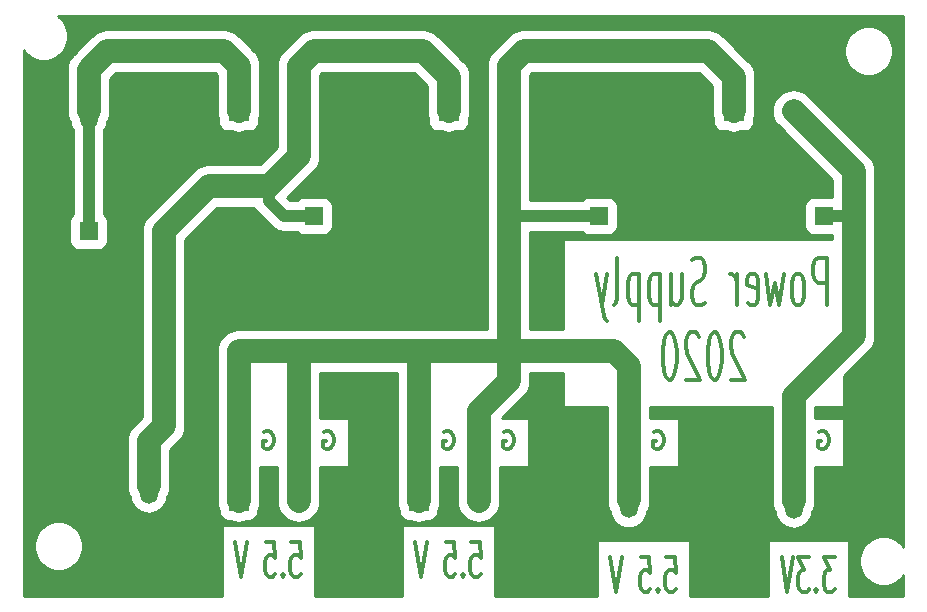
<source format=gbr>
G04 #@! TF.GenerationSoftware,KiCad,Pcbnew,5.1.5-52549c5~84~ubuntu18.04.1*
G04 #@! TF.CreationDate,2020-03-13T18:27:29-06:00*
G04 #@! TF.ProjectId,PowerSupply,506f7765-7253-4757-9070-6c792e6b6963,rev?*
G04 #@! TF.SameCoordinates,PX6bcb370PY77e7cd0*
G04 #@! TF.FileFunction,Copper,L2,Bot*
G04 #@! TF.FilePolarity,Positive*
%FSLAX46Y46*%
G04 Gerber Fmt 4.6, Leading zero omitted, Abs format (unit mm)*
G04 Created by KiCad (PCBNEW 5.1.5-52549c5~84~ubuntu18.04.1) date 2020-03-13 18:27:29*
%MOMM*%
%LPD*%
G04 APERTURE LIST*
%ADD10C,0.300000*%
%ADD11R,1.600000X1.600000*%
%ADD12C,1.600000*%
%ADD13O,1.510000X3.010000*%
%ADD14O,1.700000X1.700000*%
%ADD15R,1.700000X1.700000*%
%ADD16O,1.800000X1.800000*%
%ADD17R,1.800000X1.800000*%
%ADD18C,2.000000*%
%ADD19C,1.000000*%
%ADD20C,0.254000*%
G04 APERTURE END LIST*
D10*
X68848571Y25470477D02*
X68848571Y29470477D01*
X68086666Y29470477D01*
X67896190Y29280000D01*
X67800952Y29089524D01*
X67705714Y28708572D01*
X67705714Y28137143D01*
X67800952Y27756191D01*
X67896190Y27565715D01*
X68086666Y27375239D01*
X68848571Y27375239D01*
X66562857Y25470477D02*
X66753333Y25660953D01*
X66848571Y25851429D01*
X66943809Y26232381D01*
X66943809Y27375239D01*
X66848571Y27756191D01*
X66753333Y27946667D01*
X66562857Y28137143D01*
X66277142Y28137143D01*
X66086666Y27946667D01*
X65991428Y27756191D01*
X65896190Y27375239D01*
X65896190Y26232381D01*
X65991428Y25851429D01*
X66086666Y25660953D01*
X66277142Y25470477D01*
X66562857Y25470477D01*
X65229523Y28137143D02*
X64848571Y25470477D01*
X64467619Y27375239D01*
X64086666Y25470477D01*
X63705714Y28137143D01*
X62181904Y25660953D02*
X62372380Y25470477D01*
X62753333Y25470477D01*
X62943809Y25660953D01*
X63039047Y26041905D01*
X63039047Y27565715D01*
X62943809Y27946667D01*
X62753333Y28137143D01*
X62372380Y28137143D01*
X62181904Y27946667D01*
X62086666Y27565715D01*
X62086666Y27184762D01*
X63039047Y26803810D01*
X61229523Y25470477D02*
X61229523Y28137143D01*
X61229523Y27375239D02*
X61134285Y27756191D01*
X61039047Y27946667D01*
X60848571Y28137143D01*
X60658095Y28137143D01*
X58562857Y25660953D02*
X58277142Y25470477D01*
X57800952Y25470477D01*
X57610476Y25660953D01*
X57515238Y25851429D01*
X57420000Y26232381D01*
X57420000Y26613334D01*
X57515238Y26994286D01*
X57610476Y27184762D01*
X57800952Y27375239D01*
X58181904Y27565715D01*
X58372380Y27756191D01*
X58467619Y27946667D01*
X58562857Y28327620D01*
X58562857Y28708572D01*
X58467619Y29089524D01*
X58372380Y29280000D01*
X58181904Y29470477D01*
X57705714Y29470477D01*
X57420000Y29280000D01*
X55705714Y28137143D02*
X55705714Y25470477D01*
X56562857Y28137143D02*
X56562857Y26041905D01*
X56467619Y25660953D01*
X56277142Y25470477D01*
X55991428Y25470477D01*
X55800952Y25660953D01*
X55705714Y25851429D01*
X54753333Y28137143D02*
X54753333Y24137143D01*
X54753333Y27946667D02*
X54562857Y28137143D01*
X54181904Y28137143D01*
X53991428Y27946667D01*
X53896190Y27756191D01*
X53800952Y27375239D01*
X53800952Y26232381D01*
X53896190Y25851429D01*
X53991428Y25660953D01*
X54181904Y25470477D01*
X54562857Y25470477D01*
X54753333Y25660953D01*
X52943809Y28137143D02*
X52943809Y24137143D01*
X52943809Y27946667D02*
X52753333Y28137143D01*
X52372380Y28137143D01*
X52181904Y27946667D01*
X52086666Y27756191D01*
X51991428Y27375239D01*
X51991428Y26232381D01*
X52086666Y25851429D01*
X52181904Y25660953D01*
X52372380Y25470477D01*
X52753333Y25470477D01*
X52943809Y25660953D01*
X50848571Y25470477D02*
X51039047Y25660953D01*
X51134285Y26041905D01*
X51134285Y29470477D01*
X50277142Y28137143D02*
X49800952Y25470477D01*
X49324761Y28137143D02*
X49800952Y25470477D01*
X49991428Y24518096D01*
X50086666Y24327620D01*
X50277142Y24137143D01*
X61848571Y22789524D02*
X61753333Y22980000D01*
X61562857Y23170477D01*
X61086666Y23170477D01*
X60896190Y22980000D01*
X60800952Y22789524D01*
X60705714Y22408572D01*
X60705714Y22027620D01*
X60800952Y21456191D01*
X61943809Y19170477D01*
X60705714Y19170477D01*
X59467619Y23170477D02*
X59277142Y23170477D01*
X59086666Y22980000D01*
X58991428Y22789524D01*
X58896190Y22408572D01*
X58800952Y21646667D01*
X58800952Y20694286D01*
X58896190Y19932381D01*
X58991428Y19551429D01*
X59086666Y19360953D01*
X59277142Y19170477D01*
X59467619Y19170477D01*
X59658095Y19360953D01*
X59753333Y19551429D01*
X59848571Y19932381D01*
X59943809Y20694286D01*
X59943809Y21646667D01*
X59848571Y22408572D01*
X59753333Y22789524D01*
X59658095Y22980000D01*
X59467619Y23170477D01*
X58039047Y22789524D02*
X57943809Y22980000D01*
X57753333Y23170477D01*
X57277142Y23170477D01*
X57086666Y22980000D01*
X56991428Y22789524D01*
X56896190Y22408572D01*
X56896190Y22027620D01*
X56991428Y21456191D01*
X58134285Y19170477D01*
X56896190Y19170477D01*
X55658095Y23170477D02*
X55467619Y23170477D01*
X55277142Y22980000D01*
X55181904Y22789524D01*
X55086666Y22408572D01*
X54991428Y21646667D01*
X54991428Y20694286D01*
X55086666Y19932381D01*
X55181904Y19551429D01*
X55277142Y19360953D01*
X55467619Y19170477D01*
X55658095Y19170477D01*
X55848571Y19360953D01*
X55943809Y19551429D01*
X56039047Y19932381D01*
X56134285Y20694286D01*
X56134285Y21646667D01*
X56039047Y22408572D01*
X55943809Y22789524D01*
X55848571Y22980000D01*
X55658095Y23170477D01*
X68187142Y14720000D02*
X68330000Y14791429D01*
X68544285Y14791429D01*
X68758571Y14720000D01*
X68901428Y14577143D01*
X68972857Y14434286D01*
X69044285Y14148572D01*
X69044285Y13934286D01*
X68972857Y13648572D01*
X68901428Y13505715D01*
X68758571Y13362858D01*
X68544285Y13291429D01*
X68401428Y13291429D01*
X68187142Y13362858D01*
X68115714Y13434286D01*
X68115714Y13934286D01*
X68401428Y13934286D01*
X54217142Y14720000D02*
X54360000Y14791429D01*
X54574285Y14791429D01*
X54788571Y14720000D01*
X54931428Y14577143D01*
X55002857Y14434286D01*
X55074285Y14148572D01*
X55074285Y13934286D01*
X55002857Y13648572D01*
X54931428Y13505715D01*
X54788571Y13362858D01*
X54574285Y13291429D01*
X54431428Y13291429D01*
X54217142Y13362858D01*
X54145714Y13434286D01*
X54145714Y13934286D01*
X54431428Y13934286D01*
X41517142Y14720000D02*
X41660000Y14791429D01*
X41874285Y14791429D01*
X42088571Y14720000D01*
X42231428Y14577143D01*
X42302857Y14434286D01*
X42374285Y14148572D01*
X42374285Y13934286D01*
X42302857Y13648572D01*
X42231428Y13505715D01*
X42088571Y13362858D01*
X41874285Y13291429D01*
X41731428Y13291429D01*
X41517142Y13362858D01*
X41445714Y13434286D01*
X41445714Y13934286D01*
X41731428Y13934286D01*
X36437142Y14720000D02*
X36580000Y14791429D01*
X36794285Y14791429D01*
X37008571Y14720000D01*
X37151428Y14577143D01*
X37222857Y14434286D01*
X37294285Y14148572D01*
X37294285Y13934286D01*
X37222857Y13648572D01*
X37151428Y13505715D01*
X37008571Y13362858D01*
X36794285Y13291429D01*
X36651428Y13291429D01*
X36437142Y13362858D01*
X36365714Y13434286D01*
X36365714Y13934286D01*
X36651428Y13934286D01*
X26277142Y14720000D02*
X26420000Y14791429D01*
X26634285Y14791429D01*
X26848571Y14720000D01*
X26991428Y14577143D01*
X27062857Y14434286D01*
X27134285Y14148572D01*
X27134285Y13934286D01*
X27062857Y13648572D01*
X26991428Y13505715D01*
X26848571Y13362858D01*
X26634285Y13291429D01*
X26491428Y13291429D01*
X26277142Y13362858D01*
X26205714Y13434286D01*
X26205714Y13934286D01*
X26491428Y13934286D01*
X21197142Y14720000D02*
X21340000Y14791429D01*
X21554285Y14791429D01*
X21768571Y14720000D01*
X21911428Y14577143D01*
X21982857Y14434286D01*
X22054285Y14148572D01*
X22054285Y13934286D01*
X21982857Y13648572D01*
X21911428Y13505715D01*
X21768571Y13362858D01*
X21554285Y13291429D01*
X21411428Y13291429D01*
X21197142Y13362858D01*
X21125714Y13434286D01*
X21125714Y13934286D01*
X21411428Y13934286D01*
X21197142Y14720000D02*
X21340000Y14791429D01*
X21554285Y14791429D01*
X21768571Y14720000D01*
X21911428Y14577143D01*
X21982857Y14434286D01*
X22054285Y14148572D01*
X22054285Y13934286D01*
X21982857Y13648572D01*
X21911428Y13505715D01*
X21768571Y13362858D01*
X21554285Y13291429D01*
X21411428Y13291429D01*
X21197142Y13362858D01*
X21125714Y13434286D01*
X21125714Y13934286D01*
X21411428Y13934286D01*
X55268571Y4182858D02*
X55982857Y4182858D01*
X56054285Y2754286D01*
X55982857Y2897143D01*
X55840000Y3040000D01*
X55482857Y3040000D01*
X55340000Y2897143D01*
X55268571Y2754286D01*
X55197142Y2468572D01*
X55197142Y1754286D01*
X55268571Y1468572D01*
X55340000Y1325715D01*
X55482857Y1182858D01*
X55840000Y1182858D01*
X55982857Y1325715D01*
X56054285Y1468572D01*
X54554285Y1468572D02*
X54482857Y1325715D01*
X54554285Y1182858D01*
X54625714Y1325715D01*
X54554285Y1468572D01*
X54554285Y1182858D01*
X53125714Y4182858D02*
X53840000Y4182858D01*
X53911428Y2754286D01*
X53840000Y2897143D01*
X53697142Y3040000D01*
X53340000Y3040000D01*
X53197142Y2897143D01*
X53125714Y2754286D01*
X53054285Y2468572D01*
X53054285Y1754286D01*
X53125714Y1468572D01*
X53197142Y1325715D01*
X53340000Y1182858D01*
X53697142Y1182858D01*
X53840000Y1325715D01*
X53911428Y1468572D01*
X51482857Y4182858D02*
X50982857Y1182858D01*
X50482857Y4182858D01*
X23518571Y5452858D02*
X24232857Y5452858D01*
X24304285Y4024286D01*
X24232857Y4167143D01*
X24090000Y4310000D01*
X23732857Y4310000D01*
X23590000Y4167143D01*
X23518571Y4024286D01*
X23447142Y3738572D01*
X23447142Y3024286D01*
X23518571Y2738572D01*
X23590000Y2595715D01*
X23732857Y2452858D01*
X24090000Y2452858D01*
X24232857Y2595715D01*
X24304285Y2738572D01*
X22804285Y2738572D02*
X22732857Y2595715D01*
X22804285Y2452858D01*
X22875714Y2595715D01*
X22804285Y2738572D01*
X22804285Y2452858D01*
X21375714Y5452858D02*
X22090000Y5452858D01*
X22161428Y4024286D01*
X22090000Y4167143D01*
X21947142Y4310000D01*
X21590000Y4310000D01*
X21447142Y4167143D01*
X21375714Y4024286D01*
X21304285Y3738572D01*
X21304285Y3024286D01*
X21375714Y2738572D01*
X21447142Y2595715D01*
X21590000Y2452858D01*
X21947142Y2452858D01*
X22090000Y2595715D01*
X22161428Y2738572D01*
X19732857Y5452858D02*
X19232857Y2452858D01*
X18732857Y5452858D01*
X38758571Y5452858D02*
X39472857Y5452858D01*
X39544285Y4024286D01*
X39472857Y4167143D01*
X39330000Y4310000D01*
X38972857Y4310000D01*
X38830000Y4167143D01*
X38758571Y4024286D01*
X38687142Y3738572D01*
X38687142Y3024286D01*
X38758571Y2738572D01*
X38830000Y2595715D01*
X38972857Y2452858D01*
X39330000Y2452858D01*
X39472857Y2595715D01*
X39544285Y2738572D01*
X38044285Y2738572D02*
X37972857Y2595715D01*
X38044285Y2452858D01*
X38115714Y2595715D01*
X38044285Y2738572D01*
X38044285Y2452858D01*
X36615714Y5452858D02*
X37330000Y5452858D01*
X37401428Y4024286D01*
X37330000Y4167143D01*
X37187142Y4310000D01*
X36830000Y4310000D01*
X36687142Y4167143D01*
X36615714Y4024286D01*
X36544285Y3738572D01*
X36544285Y3024286D01*
X36615714Y2738572D01*
X36687142Y2595715D01*
X36830000Y2452858D01*
X37187142Y2452858D01*
X37330000Y2595715D01*
X37401428Y2738572D01*
X34972857Y5452858D02*
X34472857Y2452858D01*
X33972857Y5452858D01*
X69524285Y4182858D02*
X68595714Y4182858D01*
X69095714Y3040000D01*
X68881428Y3040000D01*
X68738571Y2897143D01*
X68667142Y2754286D01*
X68595714Y2468572D01*
X68595714Y1754286D01*
X68667142Y1468572D01*
X68738571Y1325715D01*
X68881428Y1182858D01*
X69310000Y1182858D01*
X69452857Y1325715D01*
X69524285Y1468572D01*
X67952857Y1468572D02*
X67881428Y1325715D01*
X67952857Y1182858D01*
X68024285Y1325715D01*
X67952857Y1468572D01*
X67952857Y1182858D01*
X67381428Y4182858D02*
X66452857Y4182858D01*
X66952857Y3040000D01*
X66738571Y3040000D01*
X66595714Y2897143D01*
X66524285Y2754286D01*
X66452857Y2468572D01*
X66452857Y1754286D01*
X66524285Y1468572D01*
X66595714Y1325715D01*
X66738571Y1182858D01*
X67167142Y1182858D01*
X67310000Y1325715D01*
X67381428Y1468572D01*
X66024285Y4182858D02*
X65524285Y1182858D01*
X65024285Y4182858D01*
D11*
X68580000Y33020000D03*
D12*
X66080000Y33020000D03*
D11*
X49530000Y33020000D03*
D12*
X52030000Y33020000D03*
D11*
X25400000Y33020000D03*
D12*
X27900000Y33020000D03*
D11*
X6350000Y31750000D03*
D12*
X8850000Y31750000D03*
D13*
X8890000Y41910000D03*
X6350000Y41910000D03*
X11430000Y10160000D03*
X8890000Y10160000D03*
X54610000Y8934999D03*
X52070000Y8934999D03*
X66040000Y8890000D03*
X68580000Y8890000D03*
D14*
X41910000Y8890000D03*
X39370000Y8890000D03*
X36830000Y8890000D03*
D15*
X34290000Y8890000D03*
X19050000Y8890000D03*
D14*
X21590000Y8890000D03*
X24130000Y8890000D03*
X26670000Y8890000D03*
D16*
X24130000Y41910000D03*
X21590000Y41910000D03*
D17*
X19050000Y41910000D03*
D16*
X41910000Y41910000D03*
X39370000Y41910000D03*
D17*
X36830000Y41910000D03*
X60960000Y41910000D03*
D16*
X63500000Y41910000D03*
X66040000Y41910000D03*
D18*
X6350000Y45415000D02*
X7925000Y46990000D01*
X6350000Y41910000D02*
X6350000Y45415000D01*
X7925000Y46990000D02*
X17780000Y46990000D01*
X19050000Y45720000D02*
X19050000Y41910000D01*
X17780000Y46990000D02*
X19050000Y45720000D01*
D19*
X6350000Y41910000D02*
X6350000Y31750000D01*
D18*
X36830000Y44810000D02*
X36830000Y41910000D01*
X34650000Y46990000D02*
X36830000Y44810000D01*
X25400000Y46990000D02*
X34650000Y46990000D01*
X24130000Y45720000D02*
X25400000Y46990000D01*
X24130000Y41910000D02*
X24130000Y45720000D01*
X24130000Y38100000D02*
X21590000Y35560000D01*
X21590000Y35560000D02*
X16510000Y35560000D01*
X12700000Y31750000D02*
X12700000Y15240000D01*
X11430000Y13970000D02*
X11430000Y10160000D01*
X24130000Y41910000D02*
X24130000Y38100000D01*
X16510000Y35560000D02*
X12700000Y31750000D01*
X12700000Y15240000D02*
X11430000Y13970000D01*
D19*
X21590000Y35560000D02*
X21590000Y34290000D01*
X22860000Y33020000D02*
X25400000Y33020000D01*
X21590000Y34290000D02*
X22860000Y33020000D01*
D18*
X43180000Y46990000D02*
X58780000Y46990000D01*
X60960000Y44810000D02*
X60960000Y41910000D01*
X58780000Y46990000D02*
X60960000Y44810000D01*
X41910000Y45720000D02*
X43180000Y46990000D01*
X41910000Y41910000D02*
X41910000Y45720000D01*
X24130000Y21590000D02*
X24130000Y8890000D01*
X41910000Y21590000D02*
X41910000Y19050000D01*
X39370000Y16510000D02*
X39370000Y8890000D01*
X41910000Y19050000D02*
X39370000Y16510000D01*
X41910000Y21590000D02*
X50800000Y21590000D01*
X52070000Y20320000D02*
X52070000Y8934999D01*
X50800000Y21590000D02*
X52070000Y20320000D01*
D19*
X41910000Y33020000D02*
X49530000Y33020000D01*
D18*
X41910000Y33020000D02*
X41910000Y21590000D01*
X41910000Y41910000D02*
X41910000Y33020000D01*
X24130000Y21590000D02*
X19050000Y21590000D01*
X19050000Y21590000D02*
X19050000Y8890000D01*
X34290000Y21590000D02*
X34290000Y8890000D01*
X34290000Y21590000D02*
X24130000Y21590000D01*
X41910000Y21590000D02*
X34290000Y21590000D01*
X66040000Y41910000D02*
X71120000Y36830000D01*
X66040000Y17780000D02*
X66040000Y8890000D01*
X71120000Y22860000D02*
X66040000Y17780000D01*
D19*
X71120000Y33020000D02*
X68580000Y33020000D01*
D18*
X71120000Y33020000D02*
X71120000Y22860000D01*
X71120000Y36830000D02*
X71120000Y33020000D01*
D20*
G36*
X75348001Y5022230D02*
G01*
X75273311Y5134011D01*
X74984011Y5423311D01*
X74643829Y5650614D01*
X74265839Y5807182D01*
X73864567Y5887000D01*
X73455433Y5887000D01*
X73054161Y5807182D01*
X72676171Y5650614D01*
X72335989Y5423311D01*
X72046689Y5134011D01*
X71819386Y4793829D01*
X71662818Y4415839D01*
X71583000Y4014567D01*
X71583000Y3605433D01*
X71662818Y3204161D01*
X71819386Y2826171D01*
X72046689Y2485989D01*
X72335989Y2196689D01*
X72676171Y1969386D01*
X73054161Y1812818D01*
X73455433Y1733000D01*
X73864567Y1733000D01*
X74265839Y1812818D01*
X74643829Y1969386D01*
X74984011Y2196689D01*
X75273311Y2485989D01*
X75348001Y2597770D01*
X75348001Y852000D01*
X70715572Y852000D01*
X70715572Y5602000D01*
X63904429Y5602000D01*
X63904429Y852000D01*
X57317000Y852000D01*
X57317000Y5602000D01*
X49363000Y5602000D01*
X49363000Y852000D01*
X40807000Y852000D01*
X40807000Y6872000D01*
X32853000Y6872000D01*
X32853000Y852000D01*
X25567000Y852000D01*
X25567000Y6872000D01*
X17613000Y6872000D01*
X17613000Y852000D01*
X852000Y852000D01*
X852000Y5284567D01*
X1733000Y5284567D01*
X1733000Y4875433D01*
X1812818Y4474161D01*
X1969386Y4096171D01*
X2196689Y3755989D01*
X2485989Y3466689D01*
X2826171Y3239386D01*
X3204161Y3082818D01*
X3605433Y3003000D01*
X4014567Y3003000D01*
X4415839Y3082818D01*
X4793829Y3239386D01*
X5134011Y3466689D01*
X5423311Y3755989D01*
X5650614Y4096171D01*
X5807182Y4474161D01*
X5887000Y4875433D01*
X5887000Y5284567D01*
X5807182Y5685839D01*
X5650614Y6063829D01*
X5423311Y6404011D01*
X5134011Y6693311D01*
X4793829Y6920614D01*
X4415839Y7077182D01*
X4014567Y7157000D01*
X3605433Y7157000D01*
X3204161Y7077182D01*
X2826171Y6920614D01*
X2485989Y6693311D01*
X2196689Y6404011D01*
X1969386Y6063829D01*
X1812818Y5685839D01*
X1733000Y5284567D01*
X852000Y5284567D01*
X852000Y13970000D01*
X9594160Y13970000D01*
X9603000Y13880248D01*
X9603001Y10070245D01*
X9629436Y9801845D01*
X9733906Y9457454D01*
X9858660Y9224056D01*
X9870891Y9099875D01*
X9961351Y8801667D01*
X10108251Y8526837D01*
X10305945Y8285945D01*
X10546836Y8088251D01*
X10821666Y7941351D01*
X11119874Y7850891D01*
X11430000Y7820346D01*
X11740125Y7850891D01*
X12038333Y7941351D01*
X12313163Y8088251D01*
X12554055Y8285945D01*
X12751749Y8526836D01*
X12898649Y8801666D01*
X12989109Y9099874D01*
X13001340Y9224054D01*
X13126095Y9457454D01*
X13230565Y9801845D01*
X13257000Y10070245D01*
X13257000Y13213233D01*
X13928417Y13884649D01*
X13998135Y13941865D01*
X14094885Y14059755D01*
X14226445Y14220061D01*
X14396095Y14537454D01*
X14437074Y14672545D01*
X14500565Y14881845D01*
X14527000Y15150245D01*
X14527000Y15150255D01*
X14535839Y15239999D01*
X14527000Y15329743D01*
X14527000Y21590000D01*
X17214160Y21590000D01*
X17223000Y21500245D01*
X17223001Y8800245D01*
X17249436Y8531845D01*
X17353906Y8187454D01*
X17368999Y8159217D01*
X17368999Y8040000D01*
X17384966Y7877880D01*
X17432255Y7721990D01*
X17509048Y7578321D01*
X17612394Y7452394D01*
X17738321Y7349048D01*
X17881990Y7272255D01*
X18037880Y7224966D01*
X18200000Y7208999D01*
X18319216Y7208999D01*
X18347455Y7193905D01*
X18691846Y7089435D01*
X19050000Y7054160D01*
X19408155Y7089435D01*
X19752546Y7193905D01*
X19780785Y7208999D01*
X19900000Y7208999D01*
X20062120Y7224966D01*
X20218010Y7272255D01*
X20361679Y7349048D01*
X20487606Y7452394D01*
X20590952Y7578321D01*
X20667745Y7721990D01*
X20715034Y7877880D01*
X20731001Y8040000D01*
X20731001Y8159215D01*
X20746095Y8187454D01*
X20850565Y8531845D01*
X20877000Y8800245D01*
X20877000Y11748000D01*
X22303001Y11748000D01*
X22303001Y8800245D01*
X22329436Y8531845D01*
X22433906Y8187454D01*
X22603556Y7870062D01*
X22831866Y7591865D01*
X23110063Y7363555D01*
X23427455Y7193905D01*
X23771846Y7089435D01*
X24130000Y7054160D01*
X24488155Y7089435D01*
X24832546Y7193905D01*
X25149938Y7363555D01*
X25428135Y7591865D01*
X25656445Y7870062D01*
X25826095Y8187454D01*
X25930565Y8531845D01*
X25957000Y8800245D01*
X25957000Y11748000D01*
X28397000Y11748000D01*
X28397000Y15952000D01*
X25957000Y15952000D01*
X25957000Y19763000D01*
X32463000Y19763000D01*
X32463001Y8800245D01*
X32489436Y8531845D01*
X32593906Y8187454D01*
X32608999Y8159217D01*
X32608999Y8040000D01*
X32624966Y7877880D01*
X32672255Y7721990D01*
X32749048Y7578321D01*
X32852394Y7452394D01*
X32978321Y7349048D01*
X33121990Y7272255D01*
X33277880Y7224966D01*
X33440000Y7208999D01*
X33559216Y7208999D01*
X33587455Y7193905D01*
X33931846Y7089435D01*
X34290000Y7054160D01*
X34648155Y7089435D01*
X34992546Y7193905D01*
X35020785Y7208999D01*
X35140000Y7208999D01*
X35302120Y7224966D01*
X35458010Y7272255D01*
X35601679Y7349048D01*
X35727606Y7452394D01*
X35830952Y7578321D01*
X35907745Y7721990D01*
X35955034Y7877880D01*
X35971001Y8040000D01*
X35971001Y8159215D01*
X35986095Y8187454D01*
X36090565Y8531845D01*
X36117000Y8800245D01*
X36117000Y11748000D01*
X37543001Y11748000D01*
X37543001Y8800245D01*
X37569436Y8531845D01*
X37673906Y8187454D01*
X37843556Y7870062D01*
X38071866Y7591865D01*
X38350063Y7363555D01*
X38667455Y7193905D01*
X39011846Y7089435D01*
X39370000Y7054160D01*
X39728155Y7089435D01*
X40072546Y7193905D01*
X40389938Y7363555D01*
X40668135Y7591865D01*
X40896445Y7870062D01*
X41066095Y8187454D01*
X41170565Y8531845D01*
X41197000Y8800245D01*
X41197000Y11748000D01*
X43637000Y11748000D01*
X43637000Y15952000D01*
X41395768Y15952000D01*
X43138422Y17694653D01*
X43208135Y17751865D01*
X43265346Y17821577D01*
X43265350Y17821581D01*
X43436445Y18030061D01*
X43586377Y18310565D01*
X43606095Y18347454D01*
X43710565Y18691845D01*
X43737000Y18960245D01*
X43737000Y18960255D01*
X43745839Y19049999D01*
X43737000Y19139743D01*
X43737000Y19763000D01*
X46538238Y19763000D01*
X46538238Y16808000D01*
X50243000Y16808000D01*
X50243001Y8845244D01*
X50269436Y8576844D01*
X50373906Y8232453D01*
X50498660Y7999055D01*
X50510891Y7874873D01*
X50601352Y7576665D01*
X50748252Y7301835D01*
X50945946Y7060944D01*
X51186837Y6863250D01*
X51461667Y6716350D01*
X51759875Y6625890D01*
X52070000Y6595345D01*
X52380126Y6625890D01*
X52678334Y6716350D01*
X52953164Y6863250D01*
X53194055Y7060944D01*
X53391749Y7301835D01*
X53538649Y7576665D01*
X53629109Y7874873D01*
X53641340Y7999053D01*
X53766095Y8232453D01*
X53870565Y8576844D01*
X53897000Y8845244D01*
X53897000Y11748000D01*
X56337000Y11748000D01*
X56337000Y15952000D01*
X53897000Y15952000D01*
X53897000Y16808000D01*
X64213000Y16808000D01*
X64213001Y8800245D01*
X64239436Y8531845D01*
X64343906Y8187454D01*
X64468660Y7954056D01*
X64480891Y7829874D01*
X64571352Y7531666D01*
X64718252Y7256836D01*
X64915946Y7015945D01*
X65156837Y6818251D01*
X65431667Y6671351D01*
X65729875Y6580891D01*
X66040000Y6550346D01*
X66350126Y6580891D01*
X66648334Y6671351D01*
X66923164Y6818251D01*
X67164055Y7015945D01*
X67361749Y7256836D01*
X67508649Y7531666D01*
X67599109Y7829874D01*
X67611340Y7954054D01*
X67736095Y8187454D01*
X67840565Y8531845D01*
X67867000Y8800245D01*
X67867000Y11748000D01*
X70307000Y11748000D01*
X70307000Y15952000D01*
X67867000Y15952000D01*
X67867000Y16808000D01*
X70301762Y16808000D01*
X70301762Y19457994D01*
X72348417Y21504649D01*
X72418135Y21561865D01*
X72646445Y21840062D01*
X72816095Y22157454D01*
X72920565Y22501845D01*
X72947000Y22770245D01*
X72947000Y22770248D01*
X72955840Y22860000D01*
X72947000Y22949752D01*
X72947000Y36740248D01*
X72955840Y36830000D01*
X72931211Y37080061D01*
X72920565Y37188155D01*
X72816095Y37532546D01*
X72646445Y37849938D01*
X72418135Y38128135D01*
X72348418Y38185350D01*
X67268417Y43265350D01*
X67059937Y43436445D01*
X66742545Y43606095D01*
X66398154Y43710564D01*
X66040000Y43745840D01*
X65681846Y43710564D01*
X65337455Y43606095D01*
X65020063Y43436445D01*
X64741866Y43208134D01*
X64513555Y42929937D01*
X64343905Y42612545D01*
X64239436Y42268154D01*
X64204160Y41910000D01*
X64239436Y41551846D01*
X64343905Y41207455D01*
X64513555Y40890063D01*
X64684650Y40681583D01*
X69293000Y36073232D01*
X69293001Y34651001D01*
X67780000Y34651001D01*
X67617880Y34635034D01*
X67461990Y34587745D01*
X67318321Y34510952D01*
X67192394Y34407606D01*
X67089048Y34281679D01*
X67012255Y34138010D01*
X66964966Y33982120D01*
X66948999Y33820000D01*
X66948999Y32220000D01*
X66964966Y32057880D01*
X67012255Y31901990D01*
X67089048Y31758321D01*
X67192394Y31632394D01*
X67318321Y31529048D01*
X67461990Y31452255D01*
X67617880Y31404966D01*
X67780000Y31388999D01*
X69293000Y31388999D01*
X69293000Y31062000D01*
X46538238Y31062000D01*
X46538238Y23417000D01*
X43737000Y23417000D01*
X43737000Y31693000D01*
X48092656Y31693000D01*
X48142394Y31632394D01*
X48268321Y31529048D01*
X48411990Y31452255D01*
X48567880Y31404966D01*
X48730000Y31388999D01*
X50330000Y31388999D01*
X50492120Y31404966D01*
X50648010Y31452255D01*
X50791679Y31529048D01*
X50917606Y31632394D01*
X51020952Y31758321D01*
X51097745Y31901990D01*
X51145034Y32057880D01*
X51161001Y32220000D01*
X51161001Y33820000D01*
X51145034Y33982120D01*
X51097745Y34138010D01*
X51020952Y34281679D01*
X50917606Y34407606D01*
X50791679Y34510952D01*
X50648010Y34587745D01*
X50492120Y34635034D01*
X50330000Y34651001D01*
X48730000Y34651001D01*
X48567880Y34635034D01*
X48411990Y34587745D01*
X48268321Y34510952D01*
X48142394Y34407606D01*
X48092656Y34347000D01*
X43737000Y34347000D01*
X43737000Y44963233D01*
X43936768Y45163000D01*
X58023233Y45163000D01*
X59133000Y44053232D01*
X59133001Y41820245D01*
X59159436Y41551845D01*
X59228999Y41322527D01*
X59228999Y41010000D01*
X59244966Y40847880D01*
X59292255Y40691990D01*
X59369048Y40548321D01*
X59472394Y40422394D01*
X59598321Y40319048D01*
X59741990Y40242255D01*
X59897880Y40194966D01*
X60060000Y40178999D01*
X60372525Y40178999D01*
X60601846Y40109435D01*
X60960000Y40074160D01*
X61318155Y40109435D01*
X61547476Y40178999D01*
X61860000Y40178999D01*
X62022120Y40194966D01*
X62178010Y40242255D01*
X62321679Y40319048D01*
X62447606Y40422394D01*
X62550952Y40548321D01*
X62627745Y40691990D01*
X62675034Y40847880D01*
X62691001Y41010000D01*
X62691001Y41322524D01*
X62760565Y41551845D01*
X62787000Y41820245D01*
X62787000Y44720248D01*
X62795840Y44810000D01*
X62777834Y44992818D01*
X62760565Y45168155D01*
X62656095Y45512546D01*
X62486445Y45829938D01*
X62258135Y46108135D01*
X62188418Y46165350D01*
X61159201Y47194567D01*
X70313000Y47194567D01*
X70313000Y46785433D01*
X70392818Y46384161D01*
X70549386Y46006171D01*
X70776689Y45665989D01*
X71065989Y45376689D01*
X71406171Y45149386D01*
X71784161Y44992818D01*
X72185433Y44913000D01*
X72594567Y44913000D01*
X72995839Y44992818D01*
X73373829Y45149386D01*
X73714011Y45376689D01*
X74003311Y45665989D01*
X74230614Y46006171D01*
X74387182Y46384161D01*
X74467000Y46785433D01*
X74467000Y47194567D01*
X74387182Y47595839D01*
X74230614Y47973829D01*
X74003311Y48314011D01*
X73714011Y48603311D01*
X73373829Y48830614D01*
X72995839Y48987182D01*
X72594567Y49067000D01*
X72185433Y49067000D01*
X71784161Y48987182D01*
X71406171Y48830614D01*
X71065989Y48603311D01*
X70776689Y48314011D01*
X70549386Y47973829D01*
X70392818Y47595839D01*
X70313000Y47194567D01*
X61159201Y47194567D01*
X60135355Y48218412D01*
X60078135Y48288135D01*
X59799938Y48516445D01*
X59482546Y48686095D01*
X59138155Y48790565D01*
X58869755Y48817000D01*
X58869752Y48817000D01*
X58780000Y48825840D01*
X58690248Y48817000D01*
X43269743Y48817000D01*
X43179999Y48825839D01*
X43090255Y48817000D01*
X43090245Y48817000D01*
X42821845Y48790565D01*
X42491408Y48690328D01*
X42477454Y48686095D01*
X42160061Y48516445D01*
X42096848Y48464567D01*
X41881865Y48288135D01*
X41824649Y48218417D01*
X40681583Y47075351D01*
X40611866Y47018135D01*
X40554651Y46948418D01*
X40554650Y46948417D01*
X40383555Y46739937D01*
X40213905Y46422545D01*
X40172926Y46287454D01*
X40118531Y46108135D01*
X40109436Y46078154D01*
X40074160Y45720000D01*
X40083001Y45630239D01*
X40083000Y41999755D01*
X40083000Y41999754D01*
X40083001Y33109764D01*
X40083000Y33109754D01*
X40083001Y23417000D01*
X34379754Y23417000D01*
X34290000Y23425840D01*
X34200245Y23417000D01*
X24219754Y23417000D01*
X24130000Y23425840D01*
X24040245Y23417000D01*
X19139754Y23417000D01*
X19050000Y23425840D01*
X18960245Y23417000D01*
X18691845Y23390565D01*
X18347454Y23286095D01*
X18030062Y23116445D01*
X17751865Y22888135D01*
X17523555Y22609938D01*
X17353905Y22292546D01*
X17249435Y21948155D01*
X17214160Y21590000D01*
X14527000Y21590000D01*
X14527000Y30993233D01*
X17266768Y33733000D01*
X20383055Y33733000D01*
X20388643Y33722545D01*
X20481302Y33549192D01*
X20605578Y33397762D01*
X20647131Y33347130D01*
X20697760Y33305579D01*
X21875579Y32127760D01*
X21917130Y32077130D01*
X21967760Y32035579D01*
X21967761Y32035578D01*
X22119190Y31911302D01*
X22349722Y31788081D01*
X22599863Y31712201D01*
X22794816Y31693000D01*
X22794825Y31693000D01*
X22859999Y31686581D01*
X22925173Y31693000D01*
X23962656Y31693000D01*
X24012394Y31632394D01*
X24138321Y31529048D01*
X24281990Y31452255D01*
X24437880Y31404966D01*
X24600000Y31388999D01*
X26200000Y31388999D01*
X26362120Y31404966D01*
X26518010Y31452255D01*
X26661679Y31529048D01*
X26787606Y31632394D01*
X26890952Y31758321D01*
X26967745Y31901990D01*
X27015034Y32057880D01*
X27031001Y32220000D01*
X27031001Y33820000D01*
X27015034Y33982120D01*
X26967745Y34138010D01*
X26890952Y34281679D01*
X26787606Y34407606D01*
X26661679Y34510952D01*
X26518010Y34587745D01*
X26362120Y34635034D01*
X26200000Y34651001D01*
X24600000Y34651001D01*
X24437880Y34635034D01*
X24281990Y34587745D01*
X24138321Y34510952D01*
X24012394Y34407606D01*
X23962656Y34347000D01*
X23409661Y34347000D01*
X23185214Y34571447D01*
X25358422Y36744653D01*
X25428135Y36801865D01*
X25485346Y36871577D01*
X25485350Y36871581D01*
X25656445Y37080061D01*
X25750537Y37256095D01*
X25826095Y37397454D01*
X25930565Y37741845D01*
X25957000Y38010245D01*
X25957000Y38010255D01*
X25965839Y38099999D01*
X25957000Y38189743D01*
X25957000Y44963233D01*
X26156768Y45163000D01*
X33893233Y45163000D01*
X35003000Y44053232D01*
X35003001Y41820245D01*
X35029436Y41551845D01*
X35098999Y41322527D01*
X35098999Y41010000D01*
X35114966Y40847880D01*
X35162255Y40691990D01*
X35239048Y40548321D01*
X35342394Y40422394D01*
X35468321Y40319048D01*
X35611990Y40242255D01*
X35767880Y40194966D01*
X35930000Y40178999D01*
X36242525Y40178999D01*
X36471846Y40109435D01*
X36830000Y40074160D01*
X37188155Y40109435D01*
X37417476Y40178999D01*
X37730000Y40178999D01*
X37892120Y40194966D01*
X38048010Y40242255D01*
X38191679Y40319048D01*
X38317606Y40422394D01*
X38420952Y40548321D01*
X38497745Y40691990D01*
X38545034Y40847880D01*
X38561001Y41010000D01*
X38561001Y41322524D01*
X38630565Y41551845D01*
X38657000Y41820245D01*
X38657000Y44720248D01*
X38665840Y44810000D01*
X38647834Y44992818D01*
X38630565Y45168155D01*
X38526095Y45512546D01*
X38356445Y45829938D01*
X38128135Y46108135D01*
X38058418Y46165350D01*
X36005355Y48218412D01*
X35948135Y48288135D01*
X35669938Y48516445D01*
X35352546Y48686095D01*
X35008155Y48790565D01*
X34739755Y48817000D01*
X34739752Y48817000D01*
X34650000Y48825840D01*
X34560248Y48817000D01*
X25489743Y48817000D01*
X25399999Y48825839D01*
X25310255Y48817000D01*
X25310245Y48817000D01*
X25041845Y48790565D01*
X24711408Y48690328D01*
X24697454Y48686095D01*
X24380061Y48516445D01*
X24316848Y48464567D01*
X24101865Y48288135D01*
X24044649Y48218417D01*
X22901583Y47075351D01*
X22831866Y47018135D01*
X22774651Y46948418D01*
X22774650Y46948417D01*
X22603555Y46739937D01*
X22433905Y46422545D01*
X22392926Y46287454D01*
X22338531Y46108135D01*
X22329436Y46078154D01*
X22294160Y45720000D01*
X22303001Y45630239D01*
X22303000Y41999755D01*
X22303000Y41999754D01*
X22303001Y38856769D01*
X20833233Y37387000D01*
X16599752Y37387000D01*
X16510000Y37395840D01*
X16420248Y37387000D01*
X16420245Y37387000D01*
X16151845Y37360565D01*
X15807454Y37256095D01*
X15490062Y37086445D01*
X15211865Y36858135D01*
X15154649Y36788417D01*
X11471588Y33105355D01*
X11401865Y33048135D01*
X11173555Y32769937D01*
X11003905Y32452545D01*
X10899435Y32108154D01*
X10880047Y31911302D01*
X10864160Y31750000D01*
X10873000Y31660248D01*
X10873001Y15996769D01*
X10201588Y15325355D01*
X10131865Y15268135D01*
X9903555Y14989937D01*
X9733905Y14672545D01*
X9629435Y14328154D01*
X9618789Y14220061D01*
X9594160Y13970000D01*
X852000Y13970000D01*
X852000Y45415000D01*
X4514160Y45415000D01*
X4523001Y45325239D01*
X4523000Y41820246D01*
X4549435Y41551846D01*
X4653905Y41207455D01*
X4778660Y40974055D01*
X4790891Y40849874D01*
X4881352Y40551666D01*
X5023000Y40286661D01*
X5023001Y33187345D01*
X4962394Y33137606D01*
X4859048Y33011679D01*
X4782255Y32868010D01*
X4734966Y32712120D01*
X4718999Y32550000D01*
X4718999Y30950000D01*
X4734966Y30787880D01*
X4782255Y30631990D01*
X4859048Y30488321D01*
X4962394Y30362394D01*
X5088321Y30259048D01*
X5231990Y30182255D01*
X5387880Y30134966D01*
X5550000Y30118999D01*
X7150000Y30118999D01*
X7312120Y30134966D01*
X7468010Y30182255D01*
X7611679Y30259048D01*
X7737606Y30362394D01*
X7840952Y30488321D01*
X7917745Y30631990D01*
X7965034Y30787880D01*
X7981001Y30950000D01*
X7981001Y32550000D01*
X7965034Y32712120D01*
X7917745Y32868010D01*
X7840952Y33011679D01*
X7737606Y33137606D01*
X7677000Y33187344D01*
X7677000Y40286660D01*
X7818649Y40551666D01*
X7909109Y40849874D01*
X7921340Y40974054D01*
X8046095Y41207454D01*
X8150565Y41551845D01*
X8177000Y41820245D01*
X8177000Y44658233D01*
X8681768Y45163000D01*
X17023233Y45163000D01*
X17223000Y44963232D01*
X17223001Y41820245D01*
X17249436Y41551845D01*
X17318999Y41322527D01*
X17318999Y41010000D01*
X17334966Y40847880D01*
X17382255Y40691990D01*
X17459048Y40548321D01*
X17562394Y40422394D01*
X17688321Y40319048D01*
X17831990Y40242255D01*
X17987880Y40194966D01*
X18150000Y40178999D01*
X18462525Y40178999D01*
X18691846Y40109435D01*
X19050000Y40074160D01*
X19408155Y40109435D01*
X19637476Y40178999D01*
X19950000Y40178999D01*
X20112120Y40194966D01*
X20268010Y40242255D01*
X20411679Y40319048D01*
X20537606Y40422394D01*
X20640952Y40548321D01*
X20717745Y40691990D01*
X20765034Y40847880D01*
X20781001Y41010000D01*
X20781001Y41322524D01*
X20850565Y41551845D01*
X20877000Y41820245D01*
X20877000Y45630257D01*
X20885839Y45720001D01*
X20877000Y45809745D01*
X20877000Y45809755D01*
X20850565Y46078155D01*
X20746095Y46422546D01*
X20701437Y46506095D01*
X20576445Y46739939D01*
X20405350Y46948418D01*
X20348135Y47018135D01*
X20278418Y47075350D01*
X19135355Y48218412D01*
X19078135Y48288135D01*
X18799938Y48516445D01*
X18482546Y48686095D01*
X18138155Y48790565D01*
X17869755Y48817000D01*
X17869752Y48817000D01*
X17780000Y48825840D01*
X17690248Y48817000D01*
X8014743Y48817000D01*
X7924999Y48825839D01*
X7835255Y48817000D01*
X7835245Y48817000D01*
X7566845Y48790565D01*
X7236408Y48690328D01*
X7222454Y48686095D01*
X6905061Y48516445D01*
X6841848Y48464567D01*
X6626865Y48288135D01*
X6569649Y48218417D01*
X5121584Y46770351D01*
X5051866Y46713135D01*
X4994650Y46643417D01*
X4823555Y46434937D01*
X4653905Y46117545D01*
X4549436Y45773154D01*
X4514160Y45415000D01*
X852000Y45415000D01*
X852000Y47047769D01*
X926689Y46935989D01*
X1215989Y46646689D01*
X1556171Y46419386D01*
X1934161Y46262818D01*
X2335433Y46183000D01*
X2744567Y46183000D01*
X3145839Y46262818D01*
X3523829Y46419386D01*
X3864011Y46646689D01*
X4153311Y46935989D01*
X4380614Y47276171D01*
X4537182Y47654161D01*
X4617000Y48055433D01*
X4617000Y48464567D01*
X4537182Y48865839D01*
X4380614Y49243829D01*
X4153311Y49584011D01*
X3864011Y49873311D01*
X3752231Y49948000D01*
X75348000Y49948000D01*
X75348001Y5022230D01*
G37*
X75348001Y5022230D02*
X75273311Y5134011D01*
X74984011Y5423311D01*
X74643829Y5650614D01*
X74265839Y5807182D01*
X73864567Y5887000D01*
X73455433Y5887000D01*
X73054161Y5807182D01*
X72676171Y5650614D01*
X72335989Y5423311D01*
X72046689Y5134011D01*
X71819386Y4793829D01*
X71662818Y4415839D01*
X71583000Y4014567D01*
X71583000Y3605433D01*
X71662818Y3204161D01*
X71819386Y2826171D01*
X72046689Y2485989D01*
X72335989Y2196689D01*
X72676171Y1969386D01*
X73054161Y1812818D01*
X73455433Y1733000D01*
X73864567Y1733000D01*
X74265839Y1812818D01*
X74643829Y1969386D01*
X74984011Y2196689D01*
X75273311Y2485989D01*
X75348001Y2597770D01*
X75348001Y852000D01*
X70715572Y852000D01*
X70715572Y5602000D01*
X63904429Y5602000D01*
X63904429Y852000D01*
X57317000Y852000D01*
X57317000Y5602000D01*
X49363000Y5602000D01*
X49363000Y852000D01*
X40807000Y852000D01*
X40807000Y6872000D01*
X32853000Y6872000D01*
X32853000Y852000D01*
X25567000Y852000D01*
X25567000Y6872000D01*
X17613000Y6872000D01*
X17613000Y852000D01*
X852000Y852000D01*
X852000Y5284567D01*
X1733000Y5284567D01*
X1733000Y4875433D01*
X1812818Y4474161D01*
X1969386Y4096171D01*
X2196689Y3755989D01*
X2485989Y3466689D01*
X2826171Y3239386D01*
X3204161Y3082818D01*
X3605433Y3003000D01*
X4014567Y3003000D01*
X4415839Y3082818D01*
X4793829Y3239386D01*
X5134011Y3466689D01*
X5423311Y3755989D01*
X5650614Y4096171D01*
X5807182Y4474161D01*
X5887000Y4875433D01*
X5887000Y5284567D01*
X5807182Y5685839D01*
X5650614Y6063829D01*
X5423311Y6404011D01*
X5134011Y6693311D01*
X4793829Y6920614D01*
X4415839Y7077182D01*
X4014567Y7157000D01*
X3605433Y7157000D01*
X3204161Y7077182D01*
X2826171Y6920614D01*
X2485989Y6693311D01*
X2196689Y6404011D01*
X1969386Y6063829D01*
X1812818Y5685839D01*
X1733000Y5284567D01*
X852000Y5284567D01*
X852000Y13970000D01*
X9594160Y13970000D01*
X9603000Y13880248D01*
X9603001Y10070245D01*
X9629436Y9801845D01*
X9733906Y9457454D01*
X9858660Y9224056D01*
X9870891Y9099875D01*
X9961351Y8801667D01*
X10108251Y8526837D01*
X10305945Y8285945D01*
X10546836Y8088251D01*
X10821666Y7941351D01*
X11119874Y7850891D01*
X11430000Y7820346D01*
X11740125Y7850891D01*
X12038333Y7941351D01*
X12313163Y8088251D01*
X12554055Y8285945D01*
X12751749Y8526836D01*
X12898649Y8801666D01*
X12989109Y9099874D01*
X13001340Y9224054D01*
X13126095Y9457454D01*
X13230565Y9801845D01*
X13257000Y10070245D01*
X13257000Y13213233D01*
X13928417Y13884649D01*
X13998135Y13941865D01*
X14094885Y14059755D01*
X14226445Y14220061D01*
X14396095Y14537454D01*
X14437074Y14672545D01*
X14500565Y14881845D01*
X14527000Y15150245D01*
X14527000Y15150255D01*
X14535839Y15239999D01*
X14527000Y15329743D01*
X14527000Y21590000D01*
X17214160Y21590000D01*
X17223000Y21500245D01*
X17223001Y8800245D01*
X17249436Y8531845D01*
X17353906Y8187454D01*
X17368999Y8159217D01*
X17368999Y8040000D01*
X17384966Y7877880D01*
X17432255Y7721990D01*
X17509048Y7578321D01*
X17612394Y7452394D01*
X17738321Y7349048D01*
X17881990Y7272255D01*
X18037880Y7224966D01*
X18200000Y7208999D01*
X18319216Y7208999D01*
X18347455Y7193905D01*
X18691846Y7089435D01*
X19050000Y7054160D01*
X19408155Y7089435D01*
X19752546Y7193905D01*
X19780785Y7208999D01*
X19900000Y7208999D01*
X20062120Y7224966D01*
X20218010Y7272255D01*
X20361679Y7349048D01*
X20487606Y7452394D01*
X20590952Y7578321D01*
X20667745Y7721990D01*
X20715034Y7877880D01*
X20731001Y8040000D01*
X20731001Y8159215D01*
X20746095Y8187454D01*
X20850565Y8531845D01*
X20877000Y8800245D01*
X20877000Y11748000D01*
X22303001Y11748000D01*
X22303001Y8800245D01*
X22329436Y8531845D01*
X22433906Y8187454D01*
X22603556Y7870062D01*
X22831866Y7591865D01*
X23110063Y7363555D01*
X23427455Y7193905D01*
X23771846Y7089435D01*
X24130000Y7054160D01*
X24488155Y7089435D01*
X24832546Y7193905D01*
X25149938Y7363555D01*
X25428135Y7591865D01*
X25656445Y7870062D01*
X25826095Y8187454D01*
X25930565Y8531845D01*
X25957000Y8800245D01*
X25957000Y11748000D01*
X28397000Y11748000D01*
X28397000Y15952000D01*
X25957000Y15952000D01*
X25957000Y19763000D01*
X32463000Y19763000D01*
X32463001Y8800245D01*
X32489436Y8531845D01*
X32593906Y8187454D01*
X32608999Y8159217D01*
X32608999Y8040000D01*
X32624966Y7877880D01*
X32672255Y7721990D01*
X32749048Y7578321D01*
X32852394Y7452394D01*
X32978321Y7349048D01*
X33121990Y7272255D01*
X33277880Y7224966D01*
X33440000Y7208999D01*
X33559216Y7208999D01*
X33587455Y7193905D01*
X33931846Y7089435D01*
X34290000Y7054160D01*
X34648155Y7089435D01*
X34992546Y7193905D01*
X35020785Y7208999D01*
X35140000Y7208999D01*
X35302120Y7224966D01*
X35458010Y7272255D01*
X35601679Y7349048D01*
X35727606Y7452394D01*
X35830952Y7578321D01*
X35907745Y7721990D01*
X35955034Y7877880D01*
X35971001Y8040000D01*
X35971001Y8159215D01*
X35986095Y8187454D01*
X36090565Y8531845D01*
X36117000Y8800245D01*
X36117000Y11748000D01*
X37543001Y11748000D01*
X37543001Y8800245D01*
X37569436Y8531845D01*
X37673906Y8187454D01*
X37843556Y7870062D01*
X38071866Y7591865D01*
X38350063Y7363555D01*
X38667455Y7193905D01*
X39011846Y7089435D01*
X39370000Y7054160D01*
X39728155Y7089435D01*
X40072546Y7193905D01*
X40389938Y7363555D01*
X40668135Y7591865D01*
X40896445Y7870062D01*
X41066095Y8187454D01*
X41170565Y8531845D01*
X41197000Y8800245D01*
X41197000Y11748000D01*
X43637000Y11748000D01*
X43637000Y15952000D01*
X41395768Y15952000D01*
X43138422Y17694653D01*
X43208135Y17751865D01*
X43265346Y17821577D01*
X43265350Y17821581D01*
X43436445Y18030061D01*
X43586377Y18310565D01*
X43606095Y18347454D01*
X43710565Y18691845D01*
X43737000Y18960245D01*
X43737000Y18960255D01*
X43745839Y19049999D01*
X43737000Y19139743D01*
X43737000Y19763000D01*
X46538238Y19763000D01*
X46538238Y16808000D01*
X50243000Y16808000D01*
X50243001Y8845244D01*
X50269436Y8576844D01*
X50373906Y8232453D01*
X50498660Y7999055D01*
X50510891Y7874873D01*
X50601352Y7576665D01*
X50748252Y7301835D01*
X50945946Y7060944D01*
X51186837Y6863250D01*
X51461667Y6716350D01*
X51759875Y6625890D01*
X52070000Y6595345D01*
X52380126Y6625890D01*
X52678334Y6716350D01*
X52953164Y6863250D01*
X53194055Y7060944D01*
X53391749Y7301835D01*
X53538649Y7576665D01*
X53629109Y7874873D01*
X53641340Y7999053D01*
X53766095Y8232453D01*
X53870565Y8576844D01*
X53897000Y8845244D01*
X53897000Y11748000D01*
X56337000Y11748000D01*
X56337000Y15952000D01*
X53897000Y15952000D01*
X53897000Y16808000D01*
X64213000Y16808000D01*
X64213001Y8800245D01*
X64239436Y8531845D01*
X64343906Y8187454D01*
X64468660Y7954056D01*
X64480891Y7829874D01*
X64571352Y7531666D01*
X64718252Y7256836D01*
X64915946Y7015945D01*
X65156837Y6818251D01*
X65431667Y6671351D01*
X65729875Y6580891D01*
X66040000Y6550346D01*
X66350126Y6580891D01*
X66648334Y6671351D01*
X66923164Y6818251D01*
X67164055Y7015945D01*
X67361749Y7256836D01*
X67508649Y7531666D01*
X67599109Y7829874D01*
X67611340Y7954054D01*
X67736095Y8187454D01*
X67840565Y8531845D01*
X67867000Y8800245D01*
X67867000Y11748000D01*
X70307000Y11748000D01*
X70307000Y15952000D01*
X67867000Y15952000D01*
X67867000Y16808000D01*
X70301762Y16808000D01*
X70301762Y19457994D01*
X72348417Y21504649D01*
X72418135Y21561865D01*
X72646445Y21840062D01*
X72816095Y22157454D01*
X72920565Y22501845D01*
X72947000Y22770245D01*
X72947000Y22770248D01*
X72955840Y22860000D01*
X72947000Y22949752D01*
X72947000Y36740248D01*
X72955840Y36830000D01*
X72931211Y37080061D01*
X72920565Y37188155D01*
X72816095Y37532546D01*
X72646445Y37849938D01*
X72418135Y38128135D01*
X72348418Y38185350D01*
X67268417Y43265350D01*
X67059937Y43436445D01*
X66742545Y43606095D01*
X66398154Y43710564D01*
X66040000Y43745840D01*
X65681846Y43710564D01*
X65337455Y43606095D01*
X65020063Y43436445D01*
X64741866Y43208134D01*
X64513555Y42929937D01*
X64343905Y42612545D01*
X64239436Y42268154D01*
X64204160Y41910000D01*
X64239436Y41551846D01*
X64343905Y41207455D01*
X64513555Y40890063D01*
X64684650Y40681583D01*
X69293000Y36073232D01*
X69293001Y34651001D01*
X67780000Y34651001D01*
X67617880Y34635034D01*
X67461990Y34587745D01*
X67318321Y34510952D01*
X67192394Y34407606D01*
X67089048Y34281679D01*
X67012255Y34138010D01*
X66964966Y33982120D01*
X66948999Y33820000D01*
X66948999Y32220000D01*
X66964966Y32057880D01*
X67012255Y31901990D01*
X67089048Y31758321D01*
X67192394Y31632394D01*
X67318321Y31529048D01*
X67461990Y31452255D01*
X67617880Y31404966D01*
X67780000Y31388999D01*
X69293000Y31388999D01*
X69293000Y31062000D01*
X46538238Y31062000D01*
X46538238Y23417000D01*
X43737000Y23417000D01*
X43737000Y31693000D01*
X48092656Y31693000D01*
X48142394Y31632394D01*
X48268321Y31529048D01*
X48411990Y31452255D01*
X48567880Y31404966D01*
X48730000Y31388999D01*
X50330000Y31388999D01*
X50492120Y31404966D01*
X50648010Y31452255D01*
X50791679Y31529048D01*
X50917606Y31632394D01*
X51020952Y31758321D01*
X51097745Y31901990D01*
X51145034Y32057880D01*
X51161001Y32220000D01*
X51161001Y33820000D01*
X51145034Y33982120D01*
X51097745Y34138010D01*
X51020952Y34281679D01*
X50917606Y34407606D01*
X50791679Y34510952D01*
X50648010Y34587745D01*
X50492120Y34635034D01*
X50330000Y34651001D01*
X48730000Y34651001D01*
X48567880Y34635034D01*
X48411990Y34587745D01*
X48268321Y34510952D01*
X48142394Y34407606D01*
X48092656Y34347000D01*
X43737000Y34347000D01*
X43737000Y44963233D01*
X43936768Y45163000D01*
X58023233Y45163000D01*
X59133000Y44053232D01*
X59133001Y41820245D01*
X59159436Y41551845D01*
X59228999Y41322527D01*
X59228999Y41010000D01*
X59244966Y40847880D01*
X59292255Y40691990D01*
X59369048Y40548321D01*
X59472394Y40422394D01*
X59598321Y40319048D01*
X59741990Y40242255D01*
X59897880Y40194966D01*
X60060000Y40178999D01*
X60372525Y40178999D01*
X60601846Y40109435D01*
X60960000Y40074160D01*
X61318155Y40109435D01*
X61547476Y40178999D01*
X61860000Y40178999D01*
X62022120Y40194966D01*
X62178010Y40242255D01*
X62321679Y40319048D01*
X62447606Y40422394D01*
X62550952Y40548321D01*
X62627745Y40691990D01*
X62675034Y40847880D01*
X62691001Y41010000D01*
X62691001Y41322524D01*
X62760565Y41551845D01*
X62787000Y41820245D01*
X62787000Y44720248D01*
X62795840Y44810000D01*
X62777834Y44992818D01*
X62760565Y45168155D01*
X62656095Y45512546D01*
X62486445Y45829938D01*
X62258135Y46108135D01*
X62188418Y46165350D01*
X61159201Y47194567D01*
X70313000Y47194567D01*
X70313000Y46785433D01*
X70392818Y46384161D01*
X70549386Y46006171D01*
X70776689Y45665989D01*
X71065989Y45376689D01*
X71406171Y45149386D01*
X71784161Y44992818D01*
X72185433Y44913000D01*
X72594567Y44913000D01*
X72995839Y44992818D01*
X73373829Y45149386D01*
X73714011Y45376689D01*
X74003311Y45665989D01*
X74230614Y46006171D01*
X74387182Y46384161D01*
X74467000Y46785433D01*
X74467000Y47194567D01*
X74387182Y47595839D01*
X74230614Y47973829D01*
X74003311Y48314011D01*
X73714011Y48603311D01*
X73373829Y48830614D01*
X72995839Y48987182D01*
X72594567Y49067000D01*
X72185433Y49067000D01*
X71784161Y48987182D01*
X71406171Y48830614D01*
X71065989Y48603311D01*
X70776689Y48314011D01*
X70549386Y47973829D01*
X70392818Y47595839D01*
X70313000Y47194567D01*
X61159201Y47194567D01*
X60135355Y48218412D01*
X60078135Y48288135D01*
X59799938Y48516445D01*
X59482546Y48686095D01*
X59138155Y48790565D01*
X58869755Y48817000D01*
X58869752Y48817000D01*
X58780000Y48825840D01*
X58690248Y48817000D01*
X43269743Y48817000D01*
X43179999Y48825839D01*
X43090255Y48817000D01*
X43090245Y48817000D01*
X42821845Y48790565D01*
X42491408Y48690328D01*
X42477454Y48686095D01*
X42160061Y48516445D01*
X42096848Y48464567D01*
X41881865Y48288135D01*
X41824649Y48218417D01*
X40681583Y47075351D01*
X40611866Y47018135D01*
X40554651Y46948418D01*
X40554650Y46948417D01*
X40383555Y46739937D01*
X40213905Y46422545D01*
X40172926Y46287454D01*
X40118531Y46108135D01*
X40109436Y46078154D01*
X40074160Y45720000D01*
X40083001Y45630239D01*
X40083000Y41999755D01*
X40083000Y41999754D01*
X40083001Y33109764D01*
X40083000Y33109754D01*
X40083001Y23417000D01*
X34379754Y23417000D01*
X34290000Y23425840D01*
X34200245Y23417000D01*
X24219754Y23417000D01*
X24130000Y23425840D01*
X24040245Y23417000D01*
X19139754Y23417000D01*
X19050000Y23425840D01*
X18960245Y23417000D01*
X18691845Y23390565D01*
X18347454Y23286095D01*
X18030062Y23116445D01*
X17751865Y22888135D01*
X17523555Y22609938D01*
X17353905Y22292546D01*
X17249435Y21948155D01*
X17214160Y21590000D01*
X14527000Y21590000D01*
X14527000Y30993233D01*
X17266768Y33733000D01*
X20383055Y33733000D01*
X20388643Y33722545D01*
X20481302Y33549192D01*
X20605578Y33397762D01*
X20647131Y33347130D01*
X20697760Y33305579D01*
X21875579Y32127760D01*
X21917130Y32077130D01*
X21967760Y32035579D01*
X21967761Y32035578D01*
X22119190Y31911302D01*
X22349722Y31788081D01*
X22599863Y31712201D01*
X22794816Y31693000D01*
X22794825Y31693000D01*
X22859999Y31686581D01*
X22925173Y31693000D01*
X23962656Y31693000D01*
X24012394Y31632394D01*
X24138321Y31529048D01*
X24281990Y31452255D01*
X24437880Y31404966D01*
X24600000Y31388999D01*
X26200000Y31388999D01*
X26362120Y31404966D01*
X26518010Y31452255D01*
X26661679Y31529048D01*
X26787606Y31632394D01*
X26890952Y31758321D01*
X26967745Y31901990D01*
X27015034Y32057880D01*
X27031001Y32220000D01*
X27031001Y33820000D01*
X27015034Y33982120D01*
X26967745Y34138010D01*
X26890952Y34281679D01*
X26787606Y34407606D01*
X26661679Y34510952D01*
X26518010Y34587745D01*
X26362120Y34635034D01*
X26200000Y34651001D01*
X24600000Y34651001D01*
X24437880Y34635034D01*
X24281990Y34587745D01*
X24138321Y34510952D01*
X24012394Y34407606D01*
X23962656Y34347000D01*
X23409661Y34347000D01*
X23185214Y34571447D01*
X25358422Y36744653D01*
X25428135Y36801865D01*
X25485346Y36871577D01*
X25485350Y36871581D01*
X25656445Y37080061D01*
X25750537Y37256095D01*
X25826095Y37397454D01*
X25930565Y37741845D01*
X25957000Y38010245D01*
X25957000Y38010255D01*
X25965839Y38099999D01*
X25957000Y38189743D01*
X25957000Y44963233D01*
X26156768Y45163000D01*
X33893233Y45163000D01*
X35003000Y44053232D01*
X35003001Y41820245D01*
X35029436Y41551845D01*
X35098999Y41322527D01*
X35098999Y41010000D01*
X35114966Y40847880D01*
X35162255Y40691990D01*
X35239048Y40548321D01*
X35342394Y40422394D01*
X35468321Y40319048D01*
X35611990Y40242255D01*
X35767880Y40194966D01*
X35930000Y40178999D01*
X36242525Y40178999D01*
X36471846Y40109435D01*
X36830000Y40074160D01*
X37188155Y40109435D01*
X37417476Y40178999D01*
X37730000Y40178999D01*
X37892120Y40194966D01*
X38048010Y40242255D01*
X38191679Y40319048D01*
X38317606Y40422394D01*
X38420952Y40548321D01*
X38497745Y40691990D01*
X38545034Y40847880D01*
X38561001Y41010000D01*
X38561001Y41322524D01*
X38630565Y41551845D01*
X38657000Y41820245D01*
X38657000Y44720248D01*
X38665840Y44810000D01*
X38647834Y44992818D01*
X38630565Y45168155D01*
X38526095Y45512546D01*
X38356445Y45829938D01*
X38128135Y46108135D01*
X38058418Y46165350D01*
X36005355Y48218412D01*
X35948135Y48288135D01*
X35669938Y48516445D01*
X35352546Y48686095D01*
X35008155Y48790565D01*
X34739755Y48817000D01*
X34739752Y48817000D01*
X34650000Y48825840D01*
X34560248Y48817000D01*
X25489743Y48817000D01*
X25399999Y48825839D01*
X25310255Y48817000D01*
X25310245Y48817000D01*
X25041845Y48790565D01*
X24711408Y48690328D01*
X24697454Y48686095D01*
X24380061Y48516445D01*
X24316848Y48464567D01*
X24101865Y48288135D01*
X24044649Y48218417D01*
X22901583Y47075351D01*
X22831866Y47018135D01*
X22774651Y46948418D01*
X22774650Y46948417D01*
X22603555Y46739937D01*
X22433905Y46422545D01*
X22392926Y46287454D01*
X22338531Y46108135D01*
X22329436Y46078154D01*
X22294160Y45720000D01*
X22303001Y45630239D01*
X22303000Y41999755D01*
X22303000Y41999754D01*
X22303001Y38856769D01*
X20833233Y37387000D01*
X16599752Y37387000D01*
X16510000Y37395840D01*
X16420248Y37387000D01*
X16420245Y37387000D01*
X16151845Y37360565D01*
X15807454Y37256095D01*
X15490062Y37086445D01*
X15211865Y36858135D01*
X15154649Y36788417D01*
X11471588Y33105355D01*
X11401865Y33048135D01*
X11173555Y32769937D01*
X11003905Y32452545D01*
X10899435Y32108154D01*
X10880047Y31911302D01*
X10864160Y31750000D01*
X10873000Y31660248D01*
X10873001Y15996769D01*
X10201588Y15325355D01*
X10131865Y15268135D01*
X9903555Y14989937D01*
X9733905Y14672545D01*
X9629435Y14328154D01*
X9618789Y14220061D01*
X9594160Y13970000D01*
X852000Y13970000D01*
X852000Y45415000D01*
X4514160Y45415000D01*
X4523001Y45325239D01*
X4523000Y41820246D01*
X4549435Y41551846D01*
X4653905Y41207455D01*
X4778660Y40974055D01*
X4790891Y40849874D01*
X4881352Y40551666D01*
X5023000Y40286661D01*
X5023001Y33187345D01*
X4962394Y33137606D01*
X4859048Y33011679D01*
X4782255Y32868010D01*
X4734966Y32712120D01*
X4718999Y32550000D01*
X4718999Y30950000D01*
X4734966Y30787880D01*
X4782255Y30631990D01*
X4859048Y30488321D01*
X4962394Y30362394D01*
X5088321Y30259048D01*
X5231990Y30182255D01*
X5387880Y30134966D01*
X5550000Y30118999D01*
X7150000Y30118999D01*
X7312120Y30134966D01*
X7468010Y30182255D01*
X7611679Y30259048D01*
X7737606Y30362394D01*
X7840952Y30488321D01*
X7917745Y30631990D01*
X7965034Y30787880D01*
X7981001Y30950000D01*
X7981001Y32550000D01*
X7965034Y32712120D01*
X7917745Y32868010D01*
X7840952Y33011679D01*
X7737606Y33137606D01*
X7677000Y33187344D01*
X7677000Y40286660D01*
X7818649Y40551666D01*
X7909109Y40849874D01*
X7921340Y40974054D01*
X8046095Y41207454D01*
X8150565Y41551845D01*
X8177000Y41820245D01*
X8177000Y44658233D01*
X8681768Y45163000D01*
X17023233Y45163000D01*
X17223000Y44963232D01*
X17223001Y41820245D01*
X17249436Y41551845D01*
X17318999Y41322527D01*
X17318999Y41010000D01*
X17334966Y40847880D01*
X17382255Y40691990D01*
X17459048Y40548321D01*
X17562394Y40422394D01*
X17688321Y40319048D01*
X17831990Y40242255D01*
X17987880Y40194966D01*
X18150000Y40178999D01*
X18462525Y40178999D01*
X18691846Y40109435D01*
X19050000Y40074160D01*
X19408155Y40109435D01*
X19637476Y40178999D01*
X19950000Y40178999D01*
X20112120Y40194966D01*
X20268010Y40242255D01*
X20411679Y40319048D01*
X20537606Y40422394D01*
X20640952Y40548321D01*
X20717745Y40691990D01*
X20765034Y40847880D01*
X20781001Y41010000D01*
X20781001Y41322524D01*
X20850565Y41551845D01*
X20877000Y41820245D01*
X20877000Y45630257D01*
X20885839Y45720001D01*
X20877000Y45809745D01*
X20877000Y45809755D01*
X20850565Y46078155D01*
X20746095Y46422546D01*
X20701437Y46506095D01*
X20576445Y46739939D01*
X20405350Y46948418D01*
X20348135Y47018135D01*
X20278418Y47075350D01*
X19135355Y48218412D01*
X19078135Y48288135D01*
X18799938Y48516445D01*
X18482546Y48686095D01*
X18138155Y48790565D01*
X17869755Y48817000D01*
X17869752Y48817000D01*
X17780000Y48825840D01*
X17690248Y48817000D01*
X8014743Y48817000D01*
X7924999Y48825839D01*
X7835255Y48817000D01*
X7835245Y48817000D01*
X7566845Y48790565D01*
X7236408Y48690328D01*
X7222454Y48686095D01*
X6905061Y48516445D01*
X6841848Y48464567D01*
X6626865Y48288135D01*
X6569649Y48218417D01*
X5121584Y46770351D01*
X5051866Y46713135D01*
X4994650Y46643417D01*
X4823555Y46434937D01*
X4653905Y46117545D01*
X4549436Y45773154D01*
X4514160Y45415000D01*
X852000Y45415000D01*
X852000Y47047769D01*
X926689Y46935989D01*
X1215989Y46646689D01*
X1556171Y46419386D01*
X1934161Y46262818D01*
X2335433Y46183000D01*
X2744567Y46183000D01*
X3145839Y46262818D01*
X3523829Y46419386D01*
X3864011Y46646689D01*
X4153311Y46935989D01*
X4380614Y47276171D01*
X4537182Y47654161D01*
X4617000Y48055433D01*
X4617000Y48464567D01*
X4537182Y48865839D01*
X4380614Y49243829D01*
X4153311Y49584011D01*
X3864011Y49873311D01*
X3752231Y49948000D01*
X75348000Y49948000D01*
X75348001Y5022230D01*
M02*

</source>
